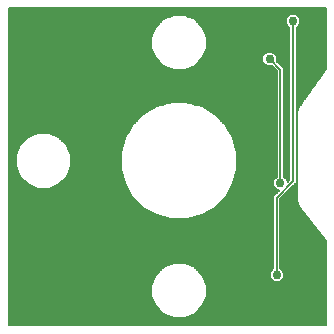
<source format=gbl>
G75*
%MOIN*%
%OFA0B0*%
%FSLAX25Y25*%
%IPPOS*%
%LPD*%
%AMOC8*
5,1,8,0,0,1.08239X$1,22.5*
%
%ADD10C,0.00600*%
%ADD11C,0.02978*%
D10*
X0005600Y0005600D02*
X0005600Y0111173D01*
X0111173Y0111173D01*
X0111173Y0090854D01*
X0102724Y0078883D01*
X0102379Y0078539D01*
X0102235Y0078191D01*
X0102018Y0077884D01*
X0101911Y0077409D01*
X0101724Y0076958D01*
X0101724Y0076582D01*
X0101642Y0076215D01*
X0101724Y0075735D01*
X0101724Y0047849D01*
X0101649Y0047288D01*
X0101724Y0047001D01*
X0101724Y0046705D01*
X0101941Y0046182D01*
X0102086Y0045634D01*
X0102266Y0045398D01*
X0102379Y0045124D01*
X0102779Y0044724D01*
X0111173Y0033707D01*
X0111173Y0005600D01*
X0005600Y0005600D01*
X0005600Y0006088D02*
X0111173Y0006088D01*
X0111173Y0006687D02*
X0005600Y0006687D01*
X0005600Y0007285D02*
X0111173Y0007285D01*
X0111173Y0007884D02*
X0064295Y0007884D01*
X0064158Y0007827D02*
X0067547Y0009231D01*
X0070141Y0011825D01*
X0071545Y0015214D01*
X0071545Y0018882D01*
X0070141Y0022271D01*
X0067547Y0024865D01*
X0064158Y0026269D01*
X0060489Y0026269D01*
X0057100Y0024865D01*
X0054506Y0022271D01*
X0053102Y0018882D01*
X0053102Y0015214D01*
X0054506Y0011825D01*
X0057100Y0009231D01*
X0060489Y0007827D01*
X0064158Y0007827D01*
X0065740Y0008482D02*
X0111173Y0008482D01*
X0111173Y0009081D02*
X0067185Y0009081D01*
X0067996Y0009679D02*
X0111173Y0009679D01*
X0111173Y0010278D02*
X0068594Y0010278D01*
X0069193Y0010876D02*
X0111173Y0010876D01*
X0111173Y0011475D02*
X0069791Y0011475D01*
X0070244Y0012073D02*
X0111173Y0012073D01*
X0111173Y0012672D02*
X0070492Y0012672D01*
X0070740Y0013270D02*
X0111173Y0013270D01*
X0111173Y0013869D02*
X0070988Y0013869D01*
X0071236Y0014467D02*
X0111173Y0014467D01*
X0111173Y0015066D02*
X0071484Y0015066D01*
X0071545Y0015664D02*
X0111173Y0015664D01*
X0111173Y0016263D02*
X0071545Y0016263D01*
X0071545Y0016861D02*
X0111173Y0016861D01*
X0111173Y0017460D02*
X0071545Y0017460D01*
X0071545Y0018058D02*
X0111173Y0018058D01*
X0111173Y0018657D02*
X0071545Y0018657D01*
X0071390Y0019255D02*
X0111173Y0019255D01*
X0111173Y0019854D02*
X0071142Y0019854D01*
X0070895Y0020452D02*
X0093369Y0020452D01*
X0093910Y0019911D02*
X0092511Y0021310D01*
X0092511Y0023290D01*
X0093700Y0024479D01*
X0093700Y0048597D01*
X0095614Y0050511D01*
X0095110Y0050511D01*
X0093711Y0051910D01*
X0093711Y0053890D01*
X0094900Y0055079D01*
X0094900Y0090203D01*
X0093192Y0091911D01*
X0091510Y0091911D01*
X0090111Y0093310D01*
X0090111Y0095290D01*
X0091510Y0096689D01*
X0093490Y0096689D01*
X0094889Y0095290D01*
X0094889Y0093608D01*
X0097300Y0091197D01*
X0097300Y0055079D01*
X0098489Y0053890D01*
X0098489Y0053386D01*
X0099100Y0053997D01*
X0099100Y0104721D01*
X0097911Y0105910D01*
X0097911Y0107890D01*
X0099310Y0109289D01*
X0101290Y0109289D01*
X0102689Y0107890D01*
X0102689Y0105910D01*
X0101500Y0104721D01*
X0101500Y0053003D01*
X0100797Y0052300D01*
X0096100Y0047603D01*
X0096100Y0024479D01*
X0097289Y0023290D01*
X0097289Y0021310D01*
X0095890Y0019911D01*
X0093910Y0019911D01*
X0092771Y0021051D02*
X0070647Y0021051D01*
X0070399Y0021649D02*
X0092511Y0021649D01*
X0092511Y0022248D02*
X0070151Y0022248D01*
X0069566Y0022846D02*
X0092511Y0022846D01*
X0092666Y0023445D02*
X0068968Y0023445D01*
X0068369Y0024043D02*
X0093265Y0024043D01*
X0093700Y0024642D02*
X0067771Y0024642D01*
X0066642Y0025240D02*
X0093700Y0025240D01*
X0093700Y0025839D02*
X0065197Y0025839D01*
X0059451Y0025839D02*
X0005600Y0025839D01*
X0005600Y0026437D02*
X0093700Y0026437D01*
X0093700Y0027036D02*
X0005600Y0027036D01*
X0005600Y0027634D02*
X0093700Y0027634D01*
X0093700Y0028233D02*
X0005600Y0028233D01*
X0005600Y0028832D02*
X0093700Y0028832D01*
X0093700Y0029430D02*
X0005600Y0029430D01*
X0005600Y0030029D02*
X0093700Y0030029D01*
X0093700Y0030627D02*
X0005600Y0030627D01*
X0005600Y0031226D02*
X0093700Y0031226D01*
X0093700Y0031824D02*
X0005600Y0031824D01*
X0005600Y0032423D02*
X0093700Y0032423D01*
X0093700Y0033021D02*
X0005600Y0033021D01*
X0005600Y0033620D02*
X0093700Y0033620D01*
X0093700Y0034218D02*
X0005600Y0034218D01*
X0005600Y0034817D02*
X0093700Y0034817D01*
X0093700Y0035415D02*
X0005600Y0035415D01*
X0005600Y0036014D02*
X0093700Y0036014D01*
X0093700Y0036612D02*
X0005600Y0036612D01*
X0005600Y0037211D02*
X0093700Y0037211D01*
X0093700Y0037809D02*
X0005600Y0037809D01*
X0005600Y0038408D02*
X0093700Y0038408D01*
X0093700Y0039006D02*
X0005600Y0039006D01*
X0005600Y0039605D02*
X0093700Y0039605D01*
X0093700Y0040203D02*
X0005600Y0040203D01*
X0005600Y0040802D02*
X0093700Y0040802D01*
X0093700Y0041400D02*
X0066761Y0041400D01*
X0064885Y0040898D02*
X0069834Y0042224D01*
X0074271Y0044785D01*
X0077893Y0048408D01*
X0080455Y0052845D01*
X0081781Y0057793D01*
X0081781Y0062917D01*
X0080455Y0067865D01*
X0077893Y0072302D01*
X0074271Y0075925D01*
X0069834Y0078487D01*
X0064885Y0079813D01*
X0059762Y0079813D01*
X0054813Y0078487D01*
X0050376Y0075925D01*
X0046754Y0072302D01*
X0044192Y0067865D01*
X0042866Y0062917D01*
X0042866Y0057793D01*
X0044192Y0052845D01*
X0046754Y0048408D01*
X0050376Y0044785D01*
X0054813Y0042224D01*
X0059762Y0040898D01*
X0064885Y0040898D01*
X0068995Y0041999D02*
X0093700Y0041999D01*
X0093700Y0042597D02*
X0070481Y0042597D01*
X0071518Y0043196D02*
X0093700Y0043196D01*
X0093700Y0043794D02*
X0072554Y0043794D01*
X0073591Y0044393D02*
X0093700Y0044393D01*
X0093700Y0044991D02*
X0074477Y0044991D01*
X0075075Y0045590D02*
X0093700Y0045590D01*
X0093700Y0046188D02*
X0075674Y0046188D01*
X0076272Y0046787D02*
X0093700Y0046787D01*
X0093700Y0047385D02*
X0076871Y0047385D01*
X0077469Y0047984D02*
X0093700Y0047984D01*
X0093700Y0048582D02*
X0077994Y0048582D01*
X0078340Y0049181D02*
X0094284Y0049181D01*
X0094882Y0049779D02*
X0078685Y0049779D01*
X0079031Y0050378D02*
X0095481Y0050378D01*
X0094645Y0050976D02*
X0079376Y0050976D01*
X0079722Y0051575D02*
X0094047Y0051575D01*
X0093711Y0052173D02*
X0080067Y0052173D01*
X0080413Y0052772D02*
X0093711Y0052772D01*
X0093711Y0053370D02*
X0080596Y0053370D01*
X0080756Y0053969D02*
X0093790Y0053969D01*
X0094389Y0054568D02*
X0080917Y0054568D01*
X0081077Y0055166D02*
X0094900Y0055166D01*
X0094900Y0055765D02*
X0081237Y0055765D01*
X0081398Y0056363D02*
X0094900Y0056363D01*
X0094900Y0056962D02*
X0081558Y0056962D01*
X0081719Y0057560D02*
X0094900Y0057560D01*
X0094900Y0058159D02*
X0081781Y0058159D01*
X0081781Y0058757D02*
X0094900Y0058757D01*
X0094900Y0059356D02*
X0081781Y0059356D01*
X0081781Y0059954D02*
X0094900Y0059954D01*
X0094900Y0060553D02*
X0081781Y0060553D01*
X0081781Y0061151D02*
X0094900Y0061151D01*
X0094900Y0061750D02*
X0081781Y0061750D01*
X0081781Y0062348D02*
X0094900Y0062348D01*
X0094900Y0062947D02*
X0081773Y0062947D01*
X0081613Y0063545D02*
X0094900Y0063545D01*
X0094900Y0064144D02*
X0081452Y0064144D01*
X0081292Y0064742D02*
X0094900Y0064742D01*
X0094900Y0065341D02*
X0081132Y0065341D01*
X0080971Y0065939D02*
X0094900Y0065939D01*
X0094900Y0066538D02*
X0080811Y0066538D01*
X0080650Y0067136D02*
X0094900Y0067136D01*
X0094900Y0067735D02*
X0080490Y0067735D01*
X0080185Y0068333D02*
X0094900Y0068333D01*
X0094900Y0068932D02*
X0079839Y0068932D01*
X0079494Y0069530D02*
X0094900Y0069530D01*
X0094900Y0070129D02*
X0079148Y0070129D01*
X0078803Y0070727D02*
X0094900Y0070727D01*
X0094900Y0071326D02*
X0078457Y0071326D01*
X0078112Y0071924D02*
X0094900Y0071924D01*
X0094900Y0072523D02*
X0077673Y0072523D01*
X0077074Y0073121D02*
X0094900Y0073121D01*
X0094900Y0073720D02*
X0076476Y0073720D01*
X0075877Y0074318D02*
X0094900Y0074318D01*
X0094900Y0074917D02*
X0075279Y0074917D01*
X0074680Y0075515D02*
X0094900Y0075515D01*
X0094900Y0076114D02*
X0073944Y0076114D01*
X0072907Y0076712D02*
X0094900Y0076712D01*
X0094900Y0077311D02*
X0071870Y0077311D01*
X0070834Y0077909D02*
X0094900Y0077909D01*
X0094900Y0078508D02*
X0069754Y0078508D01*
X0067520Y0079106D02*
X0094900Y0079106D01*
X0094900Y0079705D02*
X0065287Y0079705D01*
X0059360Y0079705D02*
X0005600Y0079705D01*
X0005600Y0080303D02*
X0094900Y0080303D01*
X0094900Y0080902D02*
X0005600Y0080902D01*
X0005600Y0081501D02*
X0094900Y0081501D01*
X0094900Y0082099D02*
X0005600Y0082099D01*
X0005600Y0082698D02*
X0094900Y0082698D01*
X0094900Y0083296D02*
X0005600Y0083296D01*
X0005600Y0083895D02*
X0094900Y0083895D01*
X0094900Y0084493D02*
X0005600Y0084493D01*
X0005600Y0085092D02*
X0094900Y0085092D01*
X0094900Y0085690D02*
X0005600Y0085690D01*
X0005600Y0086289D02*
X0094900Y0086289D01*
X0094900Y0086887D02*
X0005600Y0086887D01*
X0005600Y0087486D02*
X0094900Y0087486D01*
X0094900Y0088084D02*
X0005600Y0088084D01*
X0005600Y0088683D02*
X0094900Y0088683D01*
X0094900Y0089281D02*
X0005600Y0089281D01*
X0005600Y0089880D02*
X0094900Y0089880D01*
X0094625Y0090478D02*
X0005600Y0090478D01*
X0005600Y0091077D02*
X0059107Y0091077D01*
X0060489Y0090504D02*
X0064158Y0090504D01*
X0067547Y0091908D01*
X0070141Y0094502D01*
X0071545Y0097891D01*
X0071545Y0101559D01*
X0070141Y0104949D01*
X0067547Y0107543D01*
X0064158Y0108946D01*
X0060489Y0108946D01*
X0057100Y0107543D01*
X0054506Y0104949D01*
X0053102Y0101559D01*
X0053102Y0097891D01*
X0054506Y0094502D01*
X0057100Y0091908D01*
X0060489Y0090504D01*
X0057662Y0091675D02*
X0005600Y0091675D01*
X0005600Y0092274D02*
X0056734Y0092274D01*
X0056136Y0092872D02*
X0005600Y0092872D01*
X0005600Y0093471D02*
X0055537Y0093471D01*
X0054939Y0094069D02*
X0005600Y0094069D01*
X0005600Y0094668D02*
X0054437Y0094668D01*
X0054190Y0095266D02*
X0005600Y0095266D01*
X0005600Y0095865D02*
X0053942Y0095865D01*
X0053694Y0096463D02*
X0005600Y0096463D01*
X0005600Y0097062D02*
X0053446Y0097062D01*
X0053198Y0097660D02*
X0005600Y0097660D01*
X0005600Y0098259D02*
X0053102Y0098259D01*
X0053102Y0098857D02*
X0005600Y0098857D01*
X0005600Y0099456D02*
X0053102Y0099456D01*
X0053102Y0100054D02*
X0005600Y0100054D01*
X0005600Y0100653D02*
X0053102Y0100653D01*
X0053102Y0101251D02*
X0005600Y0101251D01*
X0005600Y0101850D02*
X0053223Y0101850D01*
X0053471Y0102448D02*
X0005600Y0102448D01*
X0005600Y0103047D02*
X0053719Y0103047D01*
X0053966Y0103645D02*
X0005600Y0103645D01*
X0005600Y0104244D02*
X0054214Y0104244D01*
X0054462Y0104842D02*
X0005600Y0104842D01*
X0005600Y0105441D02*
X0054999Y0105441D01*
X0055597Y0106039D02*
X0005600Y0106039D01*
X0005600Y0106638D02*
X0056196Y0106638D01*
X0056794Y0107237D02*
X0005600Y0107237D01*
X0005600Y0107835D02*
X0057806Y0107835D01*
X0059251Y0108434D02*
X0005600Y0108434D01*
X0005600Y0109032D02*
X0099054Y0109032D01*
X0098455Y0108434D02*
X0065396Y0108434D01*
X0066841Y0107835D02*
X0097911Y0107835D01*
X0097911Y0107237D02*
X0067853Y0107237D01*
X0068452Y0106638D02*
X0097911Y0106638D01*
X0097911Y0106039D02*
X0069050Y0106039D01*
X0069649Y0105441D02*
X0098380Y0105441D01*
X0098979Y0104842D02*
X0070185Y0104842D01*
X0070433Y0104244D02*
X0099100Y0104244D01*
X0099100Y0103645D02*
X0070681Y0103645D01*
X0070929Y0103047D02*
X0099100Y0103047D01*
X0099100Y0102448D02*
X0071177Y0102448D01*
X0071425Y0101850D02*
X0099100Y0101850D01*
X0099100Y0101251D02*
X0071545Y0101251D01*
X0071545Y0100653D02*
X0099100Y0100653D01*
X0099100Y0100054D02*
X0071545Y0100054D01*
X0071545Y0099456D02*
X0099100Y0099456D01*
X0099100Y0098857D02*
X0071545Y0098857D01*
X0071545Y0098259D02*
X0099100Y0098259D01*
X0099100Y0097660D02*
X0071449Y0097660D01*
X0071201Y0097062D02*
X0099100Y0097062D01*
X0099100Y0096463D02*
X0093715Y0096463D01*
X0094314Y0095865D02*
X0099100Y0095865D01*
X0099100Y0095266D02*
X0094889Y0095266D01*
X0094889Y0094668D02*
X0099100Y0094668D01*
X0099100Y0094069D02*
X0094889Y0094069D01*
X0095026Y0093471D02*
X0099100Y0093471D01*
X0099100Y0092872D02*
X0095625Y0092872D01*
X0096223Y0092274D02*
X0099100Y0092274D01*
X0099100Y0091675D02*
X0096822Y0091675D01*
X0097300Y0091077D02*
X0099100Y0091077D01*
X0099100Y0090478D02*
X0097300Y0090478D01*
X0097300Y0089880D02*
X0099100Y0089880D01*
X0099100Y0089281D02*
X0097300Y0089281D01*
X0097300Y0088683D02*
X0099100Y0088683D01*
X0099100Y0088084D02*
X0097300Y0088084D01*
X0097300Y0087486D02*
X0099100Y0087486D01*
X0099100Y0086887D02*
X0097300Y0086887D01*
X0097300Y0086289D02*
X0099100Y0086289D01*
X0099100Y0085690D02*
X0097300Y0085690D01*
X0097300Y0085092D02*
X0099100Y0085092D01*
X0099100Y0084493D02*
X0097300Y0084493D01*
X0097300Y0083895D02*
X0099100Y0083895D01*
X0099100Y0083296D02*
X0097300Y0083296D01*
X0097300Y0082698D02*
X0099100Y0082698D01*
X0099100Y0082099D02*
X0097300Y0082099D01*
X0097300Y0081501D02*
X0099100Y0081501D01*
X0099100Y0080902D02*
X0097300Y0080902D01*
X0097300Y0080303D02*
X0099100Y0080303D01*
X0099100Y0079705D02*
X0097300Y0079705D01*
X0097300Y0079106D02*
X0099100Y0079106D01*
X0099100Y0078508D02*
X0097300Y0078508D01*
X0097300Y0077909D02*
X0099100Y0077909D01*
X0099100Y0077311D02*
X0097300Y0077311D01*
X0097300Y0076712D02*
X0099100Y0076712D01*
X0099100Y0076114D02*
X0097300Y0076114D01*
X0097300Y0075515D02*
X0099100Y0075515D01*
X0099100Y0074917D02*
X0097300Y0074917D01*
X0097300Y0074318D02*
X0099100Y0074318D01*
X0099100Y0073720D02*
X0097300Y0073720D01*
X0097300Y0073121D02*
X0099100Y0073121D01*
X0099100Y0072523D02*
X0097300Y0072523D01*
X0097300Y0071924D02*
X0099100Y0071924D01*
X0099100Y0071326D02*
X0097300Y0071326D01*
X0097300Y0070727D02*
X0099100Y0070727D01*
X0099100Y0070129D02*
X0097300Y0070129D01*
X0097300Y0069530D02*
X0099100Y0069530D01*
X0099100Y0068932D02*
X0097300Y0068932D01*
X0097300Y0068333D02*
X0099100Y0068333D01*
X0099100Y0067735D02*
X0097300Y0067735D01*
X0097300Y0067136D02*
X0099100Y0067136D01*
X0099100Y0066538D02*
X0097300Y0066538D01*
X0097300Y0065939D02*
X0099100Y0065939D01*
X0099100Y0065341D02*
X0097300Y0065341D01*
X0097300Y0064742D02*
X0099100Y0064742D01*
X0099100Y0064144D02*
X0097300Y0064144D01*
X0097300Y0063545D02*
X0099100Y0063545D01*
X0099100Y0062947D02*
X0097300Y0062947D01*
X0097300Y0062348D02*
X0099100Y0062348D01*
X0099100Y0061750D02*
X0097300Y0061750D01*
X0097300Y0061151D02*
X0099100Y0061151D01*
X0099100Y0060553D02*
X0097300Y0060553D01*
X0097300Y0059954D02*
X0099100Y0059954D01*
X0099100Y0059356D02*
X0097300Y0059356D01*
X0097300Y0058757D02*
X0099100Y0058757D01*
X0099100Y0058159D02*
X0097300Y0058159D01*
X0097300Y0057560D02*
X0099100Y0057560D01*
X0099100Y0056962D02*
X0097300Y0056962D01*
X0097300Y0056363D02*
X0099100Y0056363D01*
X0099100Y0055765D02*
X0097300Y0055765D01*
X0097300Y0055166D02*
X0099100Y0055166D01*
X0099100Y0054568D02*
X0097811Y0054568D01*
X0098410Y0053969D02*
X0099072Y0053969D01*
X0100300Y0053500D02*
X0100300Y0106900D01*
X0101546Y0109032D02*
X0111173Y0109032D01*
X0111173Y0108434D02*
X0102145Y0108434D01*
X0102689Y0107835D02*
X0111173Y0107835D01*
X0111173Y0107237D02*
X0102689Y0107237D01*
X0102689Y0106638D02*
X0111173Y0106638D01*
X0111173Y0106039D02*
X0102689Y0106039D01*
X0102219Y0105441D02*
X0111173Y0105441D01*
X0111173Y0104842D02*
X0101621Y0104842D01*
X0101500Y0104244D02*
X0111173Y0104244D01*
X0111173Y0103645D02*
X0101500Y0103645D01*
X0101500Y0103047D02*
X0111173Y0103047D01*
X0111173Y0102448D02*
X0101500Y0102448D01*
X0101500Y0101850D02*
X0111173Y0101850D01*
X0111173Y0101251D02*
X0101500Y0101251D01*
X0101500Y0100653D02*
X0111173Y0100653D01*
X0111173Y0100054D02*
X0101500Y0100054D01*
X0101500Y0099456D02*
X0111173Y0099456D01*
X0111173Y0098857D02*
X0101500Y0098857D01*
X0101500Y0098259D02*
X0111173Y0098259D01*
X0111173Y0097660D02*
X0101500Y0097660D01*
X0101500Y0097062D02*
X0111173Y0097062D01*
X0111173Y0096463D02*
X0101500Y0096463D01*
X0101500Y0095865D02*
X0111173Y0095865D01*
X0111173Y0095266D02*
X0101500Y0095266D01*
X0101500Y0094668D02*
X0111173Y0094668D01*
X0111173Y0094069D02*
X0101500Y0094069D01*
X0101500Y0093471D02*
X0111173Y0093471D01*
X0111173Y0092872D02*
X0101500Y0092872D01*
X0101500Y0092274D02*
X0111173Y0092274D01*
X0111173Y0091675D02*
X0101500Y0091675D01*
X0101500Y0091077D02*
X0111173Y0091077D01*
X0110908Y0090478D02*
X0101500Y0090478D01*
X0101500Y0089880D02*
X0110486Y0089880D01*
X0110063Y0089281D02*
X0101500Y0089281D01*
X0101500Y0088683D02*
X0109641Y0088683D01*
X0109218Y0088084D02*
X0101500Y0088084D01*
X0101500Y0087486D02*
X0108796Y0087486D01*
X0108373Y0086887D02*
X0101500Y0086887D01*
X0101500Y0086289D02*
X0107951Y0086289D01*
X0107528Y0085690D02*
X0101500Y0085690D01*
X0101500Y0085092D02*
X0107106Y0085092D01*
X0106683Y0084493D02*
X0101500Y0084493D01*
X0101500Y0083895D02*
X0106261Y0083895D01*
X0105838Y0083296D02*
X0101500Y0083296D01*
X0101500Y0082698D02*
X0105416Y0082698D01*
X0104993Y0082099D02*
X0101500Y0082099D01*
X0101500Y0081501D02*
X0104571Y0081501D01*
X0104148Y0080902D02*
X0101500Y0080902D01*
X0101500Y0080303D02*
X0103726Y0080303D01*
X0103304Y0079705D02*
X0101500Y0079705D01*
X0101500Y0079106D02*
X0102881Y0079106D01*
X0102366Y0078508D02*
X0101500Y0078508D01*
X0101500Y0077909D02*
X0102036Y0077909D01*
X0101870Y0077311D02*
X0101500Y0077311D01*
X0101500Y0076712D02*
X0101724Y0076712D01*
X0101659Y0076114D02*
X0101500Y0076114D01*
X0101500Y0075515D02*
X0101724Y0075515D01*
X0101724Y0074917D02*
X0101500Y0074917D01*
X0101500Y0074318D02*
X0101724Y0074318D01*
X0101724Y0073720D02*
X0101500Y0073720D01*
X0101500Y0073121D02*
X0101724Y0073121D01*
X0101724Y0072523D02*
X0101500Y0072523D01*
X0101500Y0071924D02*
X0101724Y0071924D01*
X0101724Y0071326D02*
X0101500Y0071326D01*
X0101500Y0070727D02*
X0101724Y0070727D01*
X0101724Y0070129D02*
X0101500Y0070129D01*
X0101500Y0069530D02*
X0101724Y0069530D01*
X0101724Y0068932D02*
X0101500Y0068932D01*
X0101500Y0068333D02*
X0101724Y0068333D01*
X0101724Y0067735D02*
X0101500Y0067735D01*
X0101500Y0067136D02*
X0101724Y0067136D01*
X0101724Y0066538D02*
X0101500Y0066538D01*
X0101500Y0065939D02*
X0101724Y0065939D01*
X0101724Y0065341D02*
X0101500Y0065341D01*
X0101500Y0064742D02*
X0101724Y0064742D01*
X0101724Y0064144D02*
X0101500Y0064144D01*
X0101500Y0063545D02*
X0101724Y0063545D01*
X0101724Y0062947D02*
X0101500Y0062947D01*
X0101500Y0062348D02*
X0101724Y0062348D01*
X0101724Y0061750D02*
X0101500Y0061750D01*
X0101500Y0061151D02*
X0101724Y0061151D01*
X0101724Y0060553D02*
X0101500Y0060553D01*
X0101500Y0059954D02*
X0101724Y0059954D01*
X0101724Y0059356D02*
X0101500Y0059356D01*
X0101500Y0058757D02*
X0101724Y0058757D01*
X0101724Y0058159D02*
X0101500Y0058159D01*
X0101500Y0057560D02*
X0101724Y0057560D01*
X0101724Y0056962D02*
X0101500Y0056962D01*
X0101500Y0056363D02*
X0101724Y0056363D01*
X0101724Y0055765D02*
X0101500Y0055765D01*
X0101500Y0055166D02*
X0101724Y0055166D01*
X0101724Y0054568D02*
X0101500Y0054568D01*
X0101500Y0053969D02*
X0101724Y0053969D01*
X0101724Y0053370D02*
X0101500Y0053370D01*
X0101724Y0052772D02*
X0101269Y0052772D01*
X0101724Y0052173D02*
X0100671Y0052173D01*
X0100072Y0051575D02*
X0101724Y0051575D01*
X0101724Y0050976D02*
X0099473Y0050976D01*
X0098875Y0050378D02*
X0101724Y0050378D01*
X0101724Y0049779D02*
X0098276Y0049779D01*
X0097678Y0049181D02*
X0101724Y0049181D01*
X0101724Y0048582D02*
X0097079Y0048582D01*
X0096481Y0047984D02*
X0101724Y0047984D01*
X0101662Y0047385D02*
X0096100Y0047385D01*
X0096100Y0046787D02*
X0101724Y0046787D01*
X0101938Y0046188D02*
X0096100Y0046188D01*
X0096100Y0045590D02*
X0102119Y0045590D01*
X0102512Y0044991D02*
X0096100Y0044991D01*
X0096100Y0044393D02*
X0103032Y0044393D01*
X0103488Y0043794D02*
X0096100Y0043794D01*
X0096100Y0043196D02*
X0103944Y0043196D01*
X0104400Y0042597D02*
X0096100Y0042597D01*
X0096100Y0041999D02*
X0104856Y0041999D01*
X0105312Y0041400D02*
X0096100Y0041400D01*
X0096100Y0040802D02*
X0105768Y0040802D01*
X0106224Y0040203D02*
X0096100Y0040203D01*
X0096100Y0039605D02*
X0106680Y0039605D01*
X0107136Y0039006D02*
X0096100Y0039006D01*
X0096100Y0038408D02*
X0107592Y0038408D01*
X0108048Y0037809D02*
X0096100Y0037809D01*
X0096100Y0037211D02*
X0108504Y0037211D01*
X0108960Y0036612D02*
X0096100Y0036612D01*
X0096100Y0036014D02*
X0109416Y0036014D01*
X0109872Y0035415D02*
X0096100Y0035415D01*
X0096100Y0034817D02*
X0110328Y0034817D01*
X0110784Y0034218D02*
X0096100Y0034218D01*
X0096100Y0033620D02*
X0111173Y0033620D01*
X0111173Y0033021D02*
X0096100Y0033021D01*
X0096100Y0032423D02*
X0111173Y0032423D01*
X0111173Y0031824D02*
X0096100Y0031824D01*
X0096100Y0031226D02*
X0111173Y0031226D01*
X0111173Y0030627D02*
X0096100Y0030627D01*
X0096100Y0030029D02*
X0111173Y0030029D01*
X0111173Y0029430D02*
X0096100Y0029430D01*
X0096100Y0028832D02*
X0111173Y0028832D01*
X0111173Y0028233D02*
X0096100Y0028233D01*
X0096100Y0027634D02*
X0111173Y0027634D01*
X0111173Y0027036D02*
X0096100Y0027036D01*
X0096100Y0026437D02*
X0111173Y0026437D01*
X0111173Y0025839D02*
X0096100Y0025839D01*
X0096100Y0025240D02*
X0111173Y0025240D01*
X0111173Y0024642D02*
X0096100Y0024642D01*
X0096535Y0024043D02*
X0111173Y0024043D01*
X0111173Y0023445D02*
X0097134Y0023445D01*
X0097289Y0022846D02*
X0111173Y0022846D01*
X0111173Y0022248D02*
X0097289Y0022248D01*
X0097289Y0021649D02*
X0111173Y0021649D01*
X0111173Y0021051D02*
X0097029Y0021051D01*
X0096431Y0020452D02*
X0111173Y0020452D01*
X0094900Y0022300D02*
X0094900Y0048100D01*
X0100300Y0053500D01*
X0096100Y0052900D02*
X0096100Y0090700D01*
X0092500Y0094300D01*
X0090686Y0095865D02*
X0070706Y0095865D01*
X0070954Y0096463D02*
X0091285Y0096463D01*
X0090111Y0095266D02*
X0070458Y0095266D01*
X0070210Y0094668D02*
X0090111Y0094668D01*
X0090111Y0094069D02*
X0069709Y0094069D01*
X0069110Y0093471D02*
X0090111Y0093471D01*
X0090100Y0093100D02*
X0090100Y0105700D01*
X0091300Y0106900D01*
X0090100Y0093100D02*
X0090700Y0092500D01*
X0090700Y0076300D01*
X0094026Y0091077D02*
X0065541Y0091077D01*
X0066986Y0091675D02*
X0093428Y0091675D01*
X0091148Y0092274D02*
X0067913Y0092274D01*
X0068511Y0092872D02*
X0090549Y0092872D01*
X0111173Y0109631D02*
X0005600Y0109631D01*
X0005600Y0110229D02*
X0111173Y0110229D01*
X0111173Y0110828D02*
X0005600Y0110828D01*
X0005600Y0079106D02*
X0057127Y0079106D01*
X0054893Y0078508D02*
X0005600Y0078508D01*
X0005600Y0077909D02*
X0053814Y0077909D01*
X0052777Y0077311D02*
X0005600Y0077311D01*
X0005600Y0076712D02*
X0051740Y0076712D01*
X0050704Y0076114D02*
X0005600Y0076114D01*
X0005600Y0075515D02*
X0049967Y0075515D01*
X0049368Y0074917D02*
X0005600Y0074917D01*
X0005600Y0074318D02*
X0048770Y0074318D01*
X0048171Y0073720D02*
X0005600Y0073720D01*
X0005600Y0073121D02*
X0047573Y0073121D01*
X0046974Y0072523D02*
X0005600Y0072523D01*
X0005600Y0071924D02*
X0046536Y0071924D01*
X0046190Y0071326D02*
X0005600Y0071326D01*
X0005600Y0070727D02*
X0045844Y0070727D01*
X0045499Y0070129D02*
X0005600Y0070129D01*
X0005600Y0069530D02*
X0015103Y0069530D01*
X0015214Y0069576D02*
X0011825Y0068173D01*
X0009231Y0065579D01*
X0007827Y0062189D01*
X0007827Y0058521D01*
X0009231Y0055132D01*
X0011825Y0052538D01*
X0015214Y0051134D01*
X0018882Y0051134D01*
X0022271Y0052538D01*
X0024865Y0055132D01*
X0026269Y0058521D01*
X0026269Y0062189D01*
X0024865Y0065579D01*
X0022271Y0068173D01*
X0018882Y0069576D01*
X0015214Y0069576D01*
X0013658Y0068932D02*
X0005600Y0068932D01*
X0005600Y0068333D02*
X0012213Y0068333D01*
X0011387Y0067735D02*
X0005600Y0067735D01*
X0005600Y0067136D02*
X0010788Y0067136D01*
X0010190Y0066538D02*
X0005600Y0066538D01*
X0005600Y0065939D02*
X0009591Y0065939D01*
X0009132Y0065341D02*
X0005600Y0065341D01*
X0005600Y0064742D02*
X0008884Y0064742D01*
X0008636Y0064144D02*
X0005600Y0064144D01*
X0005600Y0063545D02*
X0008388Y0063545D01*
X0008140Y0062947D02*
X0005600Y0062947D01*
X0005600Y0062348D02*
X0007893Y0062348D01*
X0007827Y0061750D02*
X0005600Y0061750D01*
X0005600Y0061151D02*
X0007827Y0061151D01*
X0007827Y0060553D02*
X0005600Y0060553D01*
X0005600Y0059954D02*
X0007827Y0059954D01*
X0007827Y0059356D02*
X0005600Y0059356D01*
X0005600Y0058757D02*
X0007827Y0058757D01*
X0007977Y0058159D02*
X0005600Y0058159D01*
X0005600Y0057560D02*
X0008225Y0057560D01*
X0008473Y0056962D02*
X0005600Y0056962D01*
X0005600Y0056363D02*
X0008721Y0056363D01*
X0008968Y0055765D02*
X0005600Y0055765D01*
X0005600Y0055166D02*
X0009216Y0055166D01*
X0009795Y0054568D02*
X0005600Y0054568D01*
X0005600Y0053969D02*
X0010393Y0053969D01*
X0010992Y0053370D02*
X0005600Y0053370D01*
X0005600Y0052772D02*
X0011590Y0052772D01*
X0012704Y0052173D02*
X0005600Y0052173D01*
X0005600Y0051575D02*
X0014149Y0051575D01*
X0019947Y0051575D02*
X0044925Y0051575D01*
X0044580Y0052173D02*
X0021392Y0052173D01*
X0022506Y0052772D02*
X0044234Y0052772D01*
X0044051Y0053370D02*
X0023104Y0053370D01*
X0023703Y0053969D02*
X0043891Y0053969D01*
X0043731Y0054568D02*
X0024301Y0054568D01*
X0024880Y0055166D02*
X0043570Y0055166D01*
X0043410Y0055765D02*
X0025128Y0055765D01*
X0025375Y0056363D02*
X0043249Y0056363D01*
X0043089Y0056962D02*
X0025623Y0056962D01*
X0025871Y0057560D02*
X0042929Y0057560D01*
X0042866Y0058159D02*
X0026119Y0058159D01*
X0026269Y0058757D02*
X0042866Y0058757D01*
X0042866Y0059356D02*
X0026269Y0059356D01*
X0026269Y0059954D02*
X0042866Y0059954D01*
X0042866Y0060553D02*
X0026269Y0060553D01*
X0026269Y0061151D02*
X0042866Y0061151D01*
X0042866Y0061750D02*
X0026269Y0061750D01*
X0026203Y0062348D02*
X0042866Y0062348D01*
X0042874Y0062947D02*
X0025956Y0062947D01*
X0025708Y0063545D02*
X0043035Y0063545D01*
X0043195Y0064144D02*
X0025460Y0064144D01*
X0025212Y0064742D02*
X0043355Y0064742D01*
X0043516Y0065341D02*
X0024964Y0065341D01*
X0024505Y0065939D02*
X0043676Y0065939D01*
X0043836Y0066538D02*
X0023906Y0066538D01*
X0023308Y0067136D02*
X0043997Y0067136D01*
X0044157Y0067735D02*
X0022709Y0067735D01*
X0021883Y0068333D02*
X0044462Y0068333D01*
X0044808Y0068932D02*
X0020438Y0068932D01*
X0018993Y0069530D02*
X0045153Y0069530D01*
X0045271Y0050976D02*
X0005600Y0050976D01*
X0005600Y0050378D02*
X0045616Y0050378D01*
X0045962Y0049779D02*
X0005600Y0049779D01*
X0005600Y0049181D02*
X0046307Y0049181D01*
X0046653Y0048582D02*
X0005600Y0048582D01*
X0005600Y0047984D02*
X0047178Y0047984D01*
X0047776Y0047385D02*
X0005600Y0047385D01*
X0005600Y0046787D02*
X0048375Y0046787D01*
X0048973Y0046188D02*
X0005600Y0046188D01*
X0005600Y0045590D02*
X0049572Y0045590D01*
X0050170Y0044991D02*
X0005600Y0044991D01*
X0005600Y0044393D02*
X0051056Y0044393D01*
X0052093Y0043794D02*
X0005600Y0043794D01*
X0005600Y0043196D02*
X0053129Y0043196D01*
X0054166Y0042597D02*
X0005600Y0042597D01*
X0005600Y0041999D02*
X0055653Y0041999D01*
X0057886Y0041400D02*
X0005600Y0041400D01*
X0005600Y0025240D02*
X0058006Y0025240D01*
X0056877Y0024642D02*
X0005600Y0024642D01*
X0005600Y0024043D02*
X0056278Y0024043D01*
X0055680Y0023445D02*
X0005600Y0023445D01*
X0005600Y0022846D02*
X0055081Y0022846D01*
X0054496Y0022248D02*
X0005600Y0022248D01*
X0005600Y0021649D02*
X0054249Y0021649D01*
X0054001Y0021051D02*
X0005600Y0021051D01*
X0005600Y0020452D02*
X0053753Y0020452D01*
X0053505Y0019854D02*
X0005600Y0019854D01*
X0005600Y0019255D02*
X0053257Y0019255D01*
X0053102Y0018657D02*
X0005600Y0018657D01*
X0005600Y0018058D02*
X0053102Y0018058D01*
X0053102Y0017460D02*
X0005600Y0017460D01*
X0005600Y0016861D02*
X0053102Y0016861D01*
X0053102Y0016263D02*
X0005600Y0016263D01*
X0005600Y0015664D02*
X0053102Y0015664D01*
X0053164Y0015066D02*
X0005600Y0015066D01*
X0005600Y0014467D02*
X0053412Y0014467D01*
X0053659Y0013869D02*
X0005600Y0013869D01*
X0005600Y0013270D02*
X0053907Y0013270D01*
X0054155Y0012672D02*
X0005600Y0012672D01*
X0005600Y0012073D02*
X0054403Y0012073D01*
X0054856Y0011475D02*
X0005600Y0011475D01*
X0005600Y0010876D02*
X0055455Y0010876D01*
X0056053Y0010278D02*
X0005600Y0010278D01*
X0005600Y0009679D02*
X0056652Y0009679D01*
X0057462Y0009081D02*
X0005600Y0009081D01*
X0005600Y0008482D02*
X0058907Y0008482D01*
X0060352Y0007884D02*
X0005600Y0007884D01*
D11*
X0090700Y0076300D03*
X0092500Y0094300D03*
X0091300Y0106900D03*
X0100300Y0106900D03*
X0096100Y0052900D03*
X0094900Y0022300D03*
M02*

</source>
